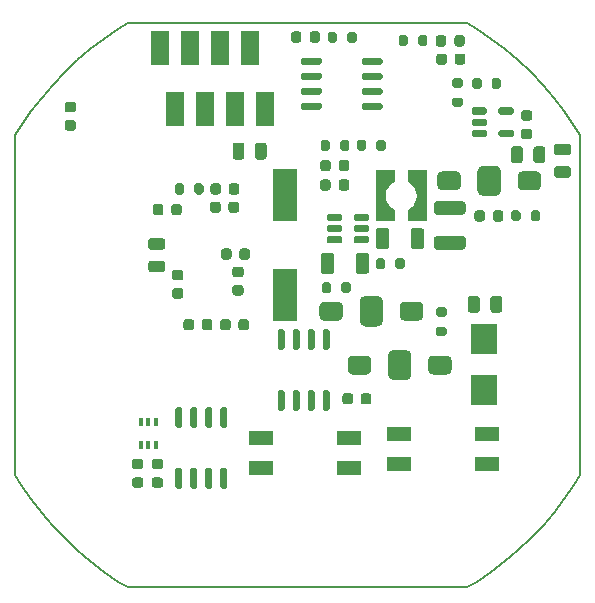
<source format=gbr>
G04 #@! TF.GenerationSoftware,KiCad,Pcbnew,5.1.12*
G04 #@! TF.CreationDate,2022-08-14T20:08:33+02:00*
G04 #@! TF.ProjectId,hec-base,6865632d-6261-4736-952e-6b696361645f,0001*
G04 #@! TF.SameCoordinates,PX4cec620PY8f8c0c0*
G04 #@! TF.FileFunction,Paste,Top*
G04 #@! TF.FilePolarity,Positive*
%FSLAX46Y46*%
G04 Gerber Fmt 4.6, Leading zero omitted, Abs format (unit mm)*
G04 Created by KiCad (PCBNEW 5.1.12) date 2022-08-14 20:08:33*
%MOMM*%
%LPD*%
G01*
G04 APERTURE LIST*
G04 #@! TA.AperFunction,Profile*
%ADD10C,0.200000*%
G04 #@! TD*
%ADD11R,1.500000X3.000000*%
%ADD12R,2.300000X2.500000*%
%ADD13R,0.400000X0.650000*%
%ADD14C,0.100000*%
%ADD15R,2.000000X1.200000*%
%ADD16R,2.000000X4.500000*%
G04 APERTURE END LIST*
D10*
X47811560Y9541500D02*
X47811560Y38296900D01*
X47310460Y39114620D02*
X46483160Y40318400D01*
X9533860Y19200D02*
X38289260Y19200D01*
X512665Y8723800D02*
X1340000Y7520000D01*
X40310760Y46490760D02*
X39106960Y47318095D01*
X47310460Y8723800D02*
X47811560Y9541500D01*
X47811560Y38296900D02*
X47310460Y39114620D01*
X2229200Y41477230D02*
X1340000Y40318400D01*
X512665Y39114620D02*
X11566Y38296900D01*
X3177830Y42587930D02*
X2229200Y41477230D01*
X8716140Y520300D02*
X9533860Y19200D01*
X7512360Y46490760D02*
X6353530Y45601560D01*
X42580260Y44652930D02*
X41469560Y45601560D01*
X5242830Y3185500D02*
X6353530Y2236800D01*
X46483160Y40318400D02*
X45593960Y41477230D01*
X2229200Y6361200D02*
X3177830Y5250500D01*
X40310760Y1347600D02*
X41469560Y2236800D01*
X6353530Y45601560D02*
X5242830Y44652930D01*
X41469560Y45601560D02*
X40310760Y46490760D01*
X38289260Y19200D02*
X39106960Y520300D01*
X7512360Y1347600D02*
X8716140Y520300D01*
X45593960Y41477230D02*
X44645260Y42587930D01*
X46483160Y7520000D02*
X47310460Y8723800D01*
X3177830Y5250500D02*
X4183290Y4190900D01*
X1340000Y40318400D02*
X512665Y39114620D01*
X4183290Y43647470D02*
X3177830Y42587930D01*
X44645260Y42587930D02*
X43639860Y43647470D01*
X39106960Y520300D02*
X40310760Y1347600D01*
X44645260Y5250500D02*
X45593960Y6361200D01*
X41469560Y2236800D02*
X42580260Y3185500D01*
X4183290Y4190900D02*
X5242830Y3185500D01*
X8716140Y47318095D02*
X7512360Y46490760D01*
X43639860Y4190900D02*
X44645260Y5250500D01*
X42580260Y3185500D02*
X43639860Y4190900D01*
X11566Y9541500D02*
X512665Y8723800D01*
X43639860Y43647470D02*
X42580260Y44652930D01*
X45593960Y6361200D02*
X46483160Y7520000D01*
X5242830Y44652930D02*
X4183290Y43647470D01*
X39106960Y47318095D02*
X38289260Y47819194D01*
X6353530Y2236800D02*
X7512360Y1347600D01*
X38289260Y47819194D02*
X9533860Y47819194D01*
X11566Y38296900D02*
X11566Y9541500D01*
X9533860Y47819194D02*
X8716140Y47318095D01*
X1340000Y7520000D02*
X2229200Y6361200D01*
D11*
G04 #@! TO.C,J103*
X12293600Y45691100D03*
X13563600Y40491100D03*
X14833600Y45691100D03*
X16103600Y40491100D03*
X17373600Y45691100D03*
X18643600Y40491100D03*
X19913600Y45691100D03*
X21183600Y40491100D03*
G04 #@! TD*
G04 #@! TO.C,FL202*
G36*
G01*
X39132000Y33642400D02*
X39132000Y35242400D01*
G75*
G02*
X39632000Y35742400I500000J0D01*
G01*
X40632000Y35742400D01*
G75*
G02*
X41132000Y35242400I0J-500000D01*
G01*
X41132000Y33642400D01*
G75*
G02*
X40632000Y33142400I-500000J0D01*
G01*
X39632000Y33142400D01*
G75*
G02*
X39132000Y33642400I0J500000D01*
G01*
G37*
G36*
G01*
X42532000Y34026400D02*
X42532000Y34858400D01*
G75*
G02*
X42916000Y35242400I384000J0D01*
G01*
X44148000Y35242400D01*
G75*
G02*
X44532000Y34858400I0J-384000D01*
G01*
X44532000Y34026400D01*
G75*
G02*
X44148000Y33642400I-384000J0D01*
G01*
X42916000Y33642400D01*
G75*
G02*
X42532000Y34026400I0J384000D01*
G01*
G37*
G36*
G01*
X35732000Y34026400D02*
X35732000Y34858400D01*
G75*
G02*
X36116000Y35242400I384000J0D01*
G01*
X37348000Y35242400D01*
G75*
G02*
X37732000Y34858400I0J-384000D01*
G01*
X37732000Y34026400D01*
G75*
G02*
X37348000Y33642400I-384000J0D01*
G01*
X36116000Y33642400D01*
G75*
G02*
X35732000Y34026400I0J384000D01*
G01*
G37*
G04 #@! TD*
G04 #@! TO.C,FL201*
G36*
G01*
X29149800Y22606100D02*
X29149800Y24206100D01*
G75*
G02*
X29649800Y24706100I500000J0D01*
G01*
X30649800Y24706100D01*
G75*
G02*
X31149800Y24206100I0J-500000D01*
G01*
X31149800Y22606100D01*
G75*
G02*
X30649800Y22106100I-500000J0D01*
G01*
X29649800Y22106100D01*
G75*
G02*
X29149800Y22606100I0J500000D01*
G01*
G37*
G36*
G01*
X32549800Y22990100D02*
X32549800Y23822100D01*
G75*
G02*
X32933800Y24206100I384000J0D01*
G01*
X34165800Y24206100D01*
G75*
G02*
X34549800Y23822100I0J-384000D01*
G01*
X34549800Y22990100D01*
G75*
G02*
X34165800Y22606100I-384000J0D01*
G01*
X32933800Y22606100D01*
G75*
G02*
X32549800Y22990100I0J384000D01*
G01*
G37*
G36*
G01*
X25749800Y22990100D02*
X25749800Y23822100D01*
G75*
G02*
X26133800Y24206100I384000J0D01*
G01*
X27365800Y24206100D01*
G75*
G02*
X27749800Y23822100I0J-384000D01*
G01*
X27749800Y22990100D01*
G75*
G02*
X27365800Y22606100I-384000J0D01*
G01*
X26133800Y22606100D01*
G75*
G02*
X25749800Y22990100I0J384000D01*
G01*
G37*
G04 #@! TD*
G04 #@! TO.C,FL501*
G36*
G01*
X31550100Y18046800D02*
X31550100Y19646800D01*
G75*
G02*
X32050100Y20146800I500000J0D01*
G01*
X33050100Y20146800D01*
G75*
G02*
X33550100Y19646800I0J-500000D01*
G01*
X33550100Y18046800D01*
G75*
G02*
X33050100Y17546800I-500000J0D01*
G01*
X32050100Y17546800D01*
G75*
G02*
X31550100Y18046800I0J500000D01*
G01*
G37*
G36*
G01*
X34950100Y18430800D02*
X34950100Y19262800D01*
G75*
G02*
X35334100Y19646800I384000J0D01*
G01*
X36566100Y19646800D01*
G75*
G02*
X36950100Y19262800I0J-384000D01*
G01*
X36950100Y18430800D01*
G75*
G02*
X36566100Y18046800I-384000J0D01*
G01*
X35334100Y18046800D01*
G75*
G02*
X34950100Y18430800I0J384000D01*
G01*
G37*
G36*
G01*
X28150100Y18430800D02*
X28150100Y19262800D01*
G75*
G02*
X28534100Y19646800I384000J0D01*
G01*
X29766100Y19646800D01*
G75*
G02*
X30150100Y19262800I0J-384000D01*
G01*
X30150100Y18430800D01*
G75*
G02*
X29766100Y18046800I-384000J0D01*
G01*
X28534100Y18046800D01*
G75*
G02*
X28150100Y18430800I0J384000D01*
G01*
G37*
G04 #@! TD*
G04 #@! TO.C,R208*
G36*
G01*
X27603000Y25125000D02*
X27603000Y25675000D01*
G75*
G02*
X27803000Y25875000I200000J0D01*
G01*
X28203000Y25875000D01*
G75*
G02*
X28403000Y25675000I0J-200000D01*
G01*
X28403000Y25125000D01*
G75*
G02*
X28203000Y24925000I-200000J0D01*
G01*
X27803000Y24925000D01*
G75*
G02*
X27603000Y25125000I0J200000D01*
G01*
G37*
G36*
G01*
X25953000Y25125000D02*
X25953000Y25675000D01*
G75*
G02*
X26153000Y25875000I200000J0D01*
G01*
X26553000Y25875000D01*
G75*
G02*
X26753000Y25675000I0J-200000D01*
G01*
X26753000Y25125000D01*
G75*
G02*
X26553000Y24925000I-200000J0D01*
G01*
X26153000Y24925000D01*
G75*
G02*
X25953000Y25125000I0J200000D01*
G01*
G37*
G04 #@! TD*
G04 #@! TO.C,D202*
G36*
G01*
X40456600Y31214350D02*
X40456600Y31726850D01*
G75*
G02*
X40675350Y31945600I218750J0D01*
G01*
X41112850Y31945600D01*
G75*
G02*
X41331600Y31726850I0J-218750D01*
G01*
X41331600Y31214350D01*
G75*
G02*
X41112850Y30995600I-218750J0D01*
G01*
X40675350Y30995600D01*
G75*
G02*
X40456600Y31214350I0J218750D01*
G01*
G37*
G36*
G01*
X38881600Y31214350D02*
X38881600Y31726850D01*
G75*
G02*
X39100350Y31945600I218750J0D01*
G01*
X39537850Y31945600D01*
G75*
G02*
X39756600Y31726850I0J-218750D01*
G01*
X39756600Y31214350D01*
G75*
G02*
X39537850Y30995600I-218750J0D01*
G01*
X39100350Y30995600D01*
G75*
G02*
X38881600Y31214350I0J218750D01*
G01*
G37*
G04 #@! TD*
G04 #@! TO.C,C202*
G36*
G01*
X28814600Y26807399D02*
X28814600Y28107401D01*
G75*
G02*
X29064599Y28357400I249999J0D01*
G01*
X29714601Y28357400D01*
G75*
G02*
X29964600Y28107401I0J-249999D01*
G01*
X29964600Y26807399D01*
G75*
G02*
X29714601Y26557400I-249999J0D01*
G01*
X29064599Y26557400D01*
G75*
G02*
X28814600Y26807399I0J249999D01*
G01*
G37*
G36*
G01*
X25864600Y26807399D02*
X25864600Y28107401D01*
G75*
G02*
X26114599Y28357400I249999J0D01*
G01*
X26764601Y28357400D01*
G75*
G02*
X27014600Y28107401I0J-249999D01*
G01*
X27014600Y26807399D01*
G75*
G02*
X26764601Y26557400I-249999J0D01*
G01*
X26114599Y26557400D01*
G75*
G02*
X25864600Y26807399I0J249999D01*
G01*
G37*
G04 #@! TD*
G04 #@! TO.C,C203*
G36*
G01*
X35691899Y29770500D02*
X37891901Y29770500D01*
G75*
G02*
X38141900Y29520501I0J-249999D01*
G01*
X38141900Y28870499D01*
G75*
G02*
X37891901Y28620500I-249999J0D01*
G01*
X35691899Y28620500D01*
G75*
G02*
X35441900Y28870499I0J249999D01*
G01*
X35441900Y29520501D01*
G75*
G02*
X35691899Y29770500I249999J0D01*
G01*
G37*
G36*
G01*
X35691899Y32720500D02*
X37891901Y32720500D01*
G75*
G02*
X38141900Y32470501I0J-249999D01*
G01*
X38141900Y31820499D01*
G75*
G02*
X37891901Y31570500I-249999J0D01*
G01*
X35691899Y31570500D01*
G75*
G02*
X35441900Y31820499I0J249999D01*
G01*
X35441900Y32470501D01*
G75*
G02*
X35691899Y32720500I249999J0D01*
G01*
G37*
G04 #@! TD*
G04 #@! TO.C,C204*
G36*
G01*
X33477300Y28902899D02*
X33477300Y30202901D01*
G75*
G02*
X33727299Y30452900I249999J0D01*
G01*
X34377301Y30452900D01*
G75*
G02*
X34627300Y30202901I0J-249999D01*
G01*
X34627300Y28902899D01*
G75*
G02*
X34377301Y28652900I-249999J0D01*
G01*
X33727299Y28652900D01*
G75*
G02*
X33477300Y28902899I0J249999D01*
G01*
G37*
G36*
G01*
X30527300Y28902899D02*
X30527300Y30202901D01*
G75*
G02*
X30777299Y30452900I249999J0D01*
G01*
X31427301Y30452900D01*
G75*
G02*
X31677300Y30202901I0J-249999D01*
G01*
X31677300Y28902899D01*
G75*
G02*
X31427301Y28652900I-249999J0D01*
G01*
X30777299Y28652900D01*
G75*
G02*
X30527300Y28902899I0J249999D01*
G01*
G37*
G04 #@! TD*
G04 #@! TO.C,C205*
G36*
G01*
X43044300Y38874820D02*
X43544300Y38874820D01*
G75*
G02*
X43769300Y38649820I0J-225000D01*
G01*
X43769300Y38199820D01*
G75*
G02*
X43544300Y37974820I-225000J0D01*
G01*
X43044300Y37974820D01*
G75*
G02*
X42819300Y38199820I0J225000D01*
G01*
X42819300Y38649820D01*
G75*
G02*
X43044300Y38874820I225000J0D01*
G01*
G37*
G36*
G01*
X43044300Y40424820D02*
X43544300Y40424820D01*
G75*
G02*
X43769300Y40199820I0J-225000D01*
G01*
X43769300Y39749820D01*
G75*
G02*
X43544300Y39524820I-225000J0D01*
G01*
X43044300Y39524820D01*
G75*
G02*
X42819300Y39749820I0J225000D01*
G01*
X42819300Y40199820D01*
G75*
G02*
X43044300Y40424820I225000J0D01*
G01*
G37*
G04 #@! TD*
G04 #@! TO.C,C206*
G36*
G01*
X43873840Y36182280D02*
X43873840Y37132280D01*
G75*
G02*
X44123840Y37382280I250000J0D01*
G01*
X44623840Y37382280D01*
G75*
G02*
X44873840Y37132280I0J-250000D01*
G01*
X44873840Y36182280D01*
G75*
G02*
X44623840Y35932280I-250000J0D01*
G01*
X44123840Y35932280D01*
G75*
G02*
X43873840Y36182280I0J250000D01*
G01*
G37*
G36*
G01*
X41973840Y36182280D02*
X41973840Y37132280D01*
G75*
G02*
X42223840Y37382280I250000J0D01*
G01*
X42723840Y37382280D01*
G75*
G02*
X42973840Y37132280I0J-250000D01*
G01*
X42973840Y36182280D01*
G75*
G02*
X42723840Y35932280I-250000J0D01*
G01*
X42223840Y35932280D01*
G75*
G02*
X41973840Y36182280I0J250000D01*
G01*
G37*
G04 #@! TD*
G04 #@! TO.C,C207*
G36*
G01*
X46809680Y36599280D02*
X45859680Y36599280D01*
G75*
G02*
X45609680Y36849280I0J250000D01*
G01*
X45609680Y37349280D01*
G75*
G02*
X45859680Y37599280I250000J0D01*
G01*
X46809680Y37599280D01*
G75*
G02*
X47059680Y37349280I0J-250000D01*
G01*
X47059680Y36849280D01*
G75*
G02*
X46809680Y36599280I-250000J0D01*
G01*
G37*
G36*
G01*
X46809680Y34699280D02*
X45859680Y34699280D01*
G75*
G02*
X45609680Y34949280I0J250000D01*
G01*
X45609680Y35449280D01*
G75*
G02*
X45859680Y35699280I250000J0D01*
G01*
X46809680Y35699280D01*
G75*
G02*
X47059680Y35449280I0J-250000D01*
G01*
X47059680Y34949280D01*
G75*
G02*
X46809680Y34699280I-250000J0D01*
G01*
G37*
G04 #@! TD*
G04 #@! TO.C,C214*
G36*
G01*
X18606960Y25623640D02*
X19106960Y25623640D01*
G75*
G02*
X19331960Y25398640I0J-225000D01*
G01*
X19331960Y24948640D01*
G75*
G02*
X19106960Y24723640I-225000J0D01*
G01*
X18606960Y24723640D01*
G75*
G02*
X18381960Y24948640I0J225000D01*
G01*
X18381960Y25398640D01*
G75*
G02*
X18606960Y25623640I225000J0D01*
G01*
G37*
G36*
G01*
X18606960Y27173640D02*
X19106960Y27173640D01*
G75*
G02*
X19331960Y26948640I0J-225000D01*
G01*
X19331960Y26498640D01*
G75*
G02*
X19106960Y26273640I-225000J0D01*
G01*
X18606960Y26273640D01*
G75*
G02*
X18381960Y26498640I0J225000D01*
G01*
X18381960Y26948640D01*
G75*
G02*
X18606960Y27173640I225000J0D01*
G01*
G37*
G04 #@! TD*
G04 #@! TO.C,C215*
G36*
G01*
X37205800Y44492100D02*
X37205800Y44992100D01*
G75*
G02*
X37430800Y45217100I225000J0D01*
G01*
X37880800Y45217100D01*
G75*
G02*
X38105800Y44992100I0J-225000D01*
G01*
X38105800Y44492100D01*
G75*
G02*
X37880800Y44267100I-225000J0D01*
G01*
X37430800Y44267100D01*
G75*
G02*
X37205800Y44492100I0J225000D01*
G01*
G37*
G36*
G01*
X35655800Y44492100D02*
X35655800Y44992100D01*
G75*
G02*
X35880800Y45217100I225000J0D01*
G01*
X36330800Y45217100D01*
G75*
G02*
X36555800Y44992100I0J-225000D01*
G01*
X36555800Y44492100D01*
G75*
G02*
X36330800Y44267100I-225000J0D01*
G01*
X35880800Y44267100D01*
G75*
G02*
X35655800Y44492100I0J225000D01*
G01*
G37*
G04 #@! TD*
G04 #@! TO.C,C216*
G36*
G01*
X18066900Y33506600D02*
X18066900Y34006600D01*
G75*
G02*
X18291900Y34231600I225000J0D01*
G01*
X18741900Y34231600D01*
G75*
G02*
X18966900Y34006600I0J-225000D01*
G01*
X18966900Y33506600D01*
G75*
G02*
X18741900Y33281600I-225000J0D01*
G01*
X18291900Y33281600D01*
G75*
G02*
X18066900Y33506600I0J225000D01*
G01*
G37*
G36*
G01*
X16516900Y33506600D02*
X16516900Y34006600D01*
G75*
G02*
X16741900Y34231600I225000J0D01*
G01*
X17191900Y34231600D01*
G75*
G02*
X17416900Y34006600I0J-225000D01*
G01*
X17416900Y33506600D01*
G75*
G02*
X17191900Y33281600I-225000J0D01*
G01*
X16741900Y33281600D01*
G75*
G02*
X16516900Y33506600I0J225000D01*
G01*
G37*
G04 #@! TD*
G04 #@! TO.C,C217*
G36*
G01*
X12552800Y32254000D02*
X12552800Y31754000D01*
G75*
G02*
X12327800Y31529000I-225000J0D01*
G01*
X11877800Y31529000D01*
G75*
G02*
X11652800Y31754000I0J225000D01*
G01*
X11652800Y32254000D01*
G75*
G02*
X11877800Y32479000I225000J0D01*
G01*
X12327800Y32479000D01*
G75*
G02*
X12552800Y32254000I0J-225000D01*
G01*
G37*
G36*
G01*
X14102800Y32254000D02*
X14102800Y31754000D01*
G75*
G02*
X13877800Y31529000I-225000J0D01*
G01*
X13427800Y31529000D01*
G75*
G02*
X13202800Y31754000I0J225000D01*
G01*
X13202800Y32254000D01*
G75*
G02*
X13427800Y32479000I225000J0D01*
G01*
X13877800Y32479000D01*
G75*
G02*
X14102800Y32254000I0J-225000D01*
G01*
G37*
G04 #@! TD*
G04 #@! TO.C,C218*
G36*
G01*
X20300100Y36482000D02*
X20300100Y37432000D01*
G75*
G02*
X20550100Y37682000I250000J0D01*
G01*
X21050100Y37682000D01*
G75*
G02*
X21300100Y37432000I0J-250000D01*
G01*
X21300100Y36482000D01*
G75*
G02*
X21050100Y36232000I-250000J0D01*
G01*
X20550100Y36232000D01*
G75*
G02*
X20300100Y36482000I0J250000D01*
G01*
G37*
G36*
G01*
X18400100Y36482000D02*
X18400100Y37432000D01*
G75*
G02*
X18650100Y37682000I250000J0D01*
G01*
X19150100Y37682000D01*
G75*
G02*
X19400100Y37432000I0J-250000D01*
G01*
X19400100Y36482000D01*
G75*
G02*
X19150100Y36232000I-250000J0D01*
G01*
X18650100Y36232000D01*
G75*
G02*
X18400100Y36482000I0J250000D01*
G01*
G37*
G04 #@! TD*
G04 #@! TO.C,C219*
G36*
G01*
X11501100Y27690700D02*
X12451100Y27690700D01*
G75*
G02*
X12701100Y27440700I0J-250000D01*
G01*
X12701100Y26940700D01*
G75*
G02*
X12451100Y26690700I-250000J0D01*
G01*
X11501100Y26690700D01*
G75*
G02*
X11251100Y26940700I0J250000D01*
G01*
X11251100Y27440700D01*
G75*
G02*
X11501100Y27690700I250000J0D01*
G01*
G37*
G36*
G01*
X11501100Y29590700D02*
X12451100Y29590700D01*
G75*
G02*
X12701100Y29340700I0J-250000D01*
G01*
X12701100Y28840700D01*
G75*
G02*
X12451100Y28590700I-250000J0D01*
G01*
X11501100Y28590700D01*
G75*
G02*
X11251100Y28840700I0J250000D01*
G01*
X11251100Y29340700D01*
G75*
G02*
X11501100Y29590700I250000J0D01*
G01*
G37*
G04 #@! TD*
G04 #@! TO.C,C220*
G36*
G01*
X18054200Y31957200D02*
X18054200Y32457200D01*
G75*
G02*
X18279200Y32682200I225000J0D01*
G01*
X18729200Y32682200D01*
G75*
G02*
X18954200Y32457200I0J-225000D01*
G01*
X18954200Y31957200D01*
G75*
G02*
X18729200Y31732200I-225000J0D01*
G01*
X18279200Y31732200D01*
G75*
G02*
X18054200Y31957200I0J225000D01*
G01*
G37*
G36*
G01*
X16504200Y31957200D02*
X16504200Y32457200D01*
G75*
G02*
X16729200Y32682200I225000J0D01*
G01*
X17179200Y32682200D01*
G75*
G02*
X17404200Y32457200I0J-225000D01*
G01*
X17404200Y31957200D01*
G75*
G02*
X17179200Y31732200I-225000J0D01*
G01*
X16729200Y31732200D01*
G75*
G02*
X16504200Y31957200I0J225000D01*
G01*
G37*
G04 #@! TD*
G04 #@! TO.C,C221*
G36*
G01*
X18968600Y27994800D02*
X18968600Y28494800D01*
G75*
G02*
X19193600Y28719800I225000J0D01*
G01*
X19643600Y28719800D01*
G75*
G02*
X19868600Y28494800I0J-225000D01*
G01*
X19868600Y27994800D01*
G75*
G02*
X19643600Y27769800I-225000J0D01*
G01*
X19193600Y27769800D01*
G75*
G02*
X18968600Y27994800I0J225000D01*
G01*
G37*
G36*
G01*
X17418600Y27994800D02*
X17418600Y28494800D01*
G75*
G02*
X17643600Y28719800I225000J0D01*
G01*
X18093600Y28719800D01*
G75*
G02*
X18318600Y28494800I0J-225000D01*
G01*
X18318600Y27994800D01*
G75*
G02*
X18093600Y27769800I-225000J0D01*
G01*
X17643600Y27769800D01*
G75*
G02*
X17418600Y27994800I0J225000D01*
G01*
G37*
G04 #@! TD*
G04 #@! TO.C,C222*
G36*
G01*
X13504100Y25367100D02*
X14004100Y25367100D01*
G75*
G02*
X14229100Y25142100I0J-225000D01*
G01*
X14229100Y24692100D01*
G75*
G02*
X14004100Y24467100I-225000J0D01*
G01*
X13504100Y24467100D01*
G75*
G02*
X13279100Y24692100I0J225000D01*
G01*
X13279100Y25142100D01*
G75*
G02*
X13504100Y25367100I225000J0D01*
G01*
G37*
G36*
G01*
X13504100Y26917100D02*
X14004100Y26917100D01*
G75*
G02*
X14229100Y26692100I0J-225000D01*
G01*
X14229100Y26242100D01*
G75*
G02*
X14004100Y26017100I-225000J0D01*
G01*
X13504100Y26017100D01*
G75*
G02*
X13279100Y26242100I0J225000D01*
G01*
X13279100Y26692100D01*
G75*
G02*
X13504100Y26917100I225000J0D01*
G01*
G37*
G04 #@! TD*
G04 #@! TO.C,C223*
G36*
G01*
X15793600Y22013100D02*
X15793600Y22513100D01*
G75*
G02*
X16018600Y22738100I225000J0D01*
G01*
X16468600Y22738100D01*
G75*
G02*
X16693600Y22513100I0J-225000D01*
G01*
X16693600Y22013100D01*
G75*
G02*
X16468600Y21788100I-225000J0D01*
G01*
X16018600Y21788100D01*
G75*
G02*
X15793600Y22013100I0J225000D01*
G01*
G37*
G36*
G01*
X14243600Y22013100D02*
X14243600Y22513100D01*
G75*
G02*
X14468600Y22738100I225000J0D01*
G01*
X14918600Y22738100D01*
G75*
G02*
X15143600Y22513100I0J-225000D01*
G01*
X15143600Y22013100D01*
G75*
G02*
X14918600Y21788100I-225000J0D01*
G01*
X14468600Y21788100D01*
G75*
G02*
X14243600Y22013100I0J225000D01*
G01*
G37*
G04 #@! TD*
G04 #@! TO.C,C224*
G36*
G01*
X18242400Y22500400D02*
X18242400Y22000400D01*
G75*
G02*
X18017400Y21775400I-225000J0D01*
G01*
X17567400Y21775400D01*
G75*
G02*
X17342400Y22000400I0J225000D01*
G01*
X17342400Y22500400D01*
G75*
G02*
X17567400Y22725400I225000J0D01*
G01*
X18017400Y22725400D01*
G75*
G02*
X18242400Y22500400I0J-225000D01*
G01*
G37*
G36*
G01*
X19792400Y22500400D02*
X19792400Y22000400D01*
G75*
G02*
X19567400Y21775400I-225000J0D01*
G01*
X19117400Y21775400D01*
G75*
G02*
X18892400Y22000400I0J225000D01*
G01*
X18892400Y22500400D01*
G75*
G02*
X19117400Y22725400I225000J0D01*
G01*
X19567400Y22725400D01*
G75*
G02*
X19792400Y22500400I0J-225000D01*
G01*
G37*
G04 #@! TD*
G04 #@! TO.C,C401*
G36*
G01*
X4910900Y40241100D02*
X4410900Y40241100D01*
G75*
G02*
X4185900Y40466100I0J225000D01*
G01*
X4185900Y40916100D01*
G75*
G02*
X4410900Y41141100I225000J0D01*
G01*
X4910900Y41141100D01*
G75*
G02*
X5135900Y40916100I0J-225000D01*
G01*
X5135900Y40466100D01*
G75*
G02*
X4910900Y40241100I-225000J0D01*
G01*
G37*
G36*
G01*
X4910900Y38691100D02*
X4410900Y38691100D01*
G75*
G02*
X4185900Y38916100I0J225000D01*
G01*
X4185900Y39366100D01*
G75*
G02*
X4410900Y39591100I225000J0D01*
G01*
X4910900Y39591100D01*
G75*
G02*
X5135900Y39366100I0J-225000D01*
G01*
X5135900Y38916100D01*
G75*
G02*
X4910900Y38691100I-225000J0D01*
G01*
G37*
G04 #@! TD*
G04 #@! TO.C,C502*
G36*
G01*
X40226400Y23502600D02*
X40226400Y24452600D01*
G75*
G02*
X40476400Y24702600I250000J0D01*
G01*
X40976400Y24702600D01*
G75*
G02*
X41226400Y24452600I0J-250000D01*
G01*
X41226400Y23502600D01*
G75*
G02*
X40976400Y23252600I-250000J0D01*
G01*
X40476400Y23252600D01*
G75*
G02*
X40226400Y23502600I0J250000D01*
G01*
G37*
G36*
G01*
X38326400Y23502600D02*
X38326400Y24452600D01*
G75*
G02*
X38576400Y24702600I250000J0D01*
G01*
X39076400Y24702600D01*
G75*
G02*
X39326400Y24452600I0J-250000D01*
G01*
X39326400Y23502600D01*
G75*
G02*
X39076400Y23252600I-250000J0D01*
G01*
X38576400Y23252600D01*
G75*
G02*
X38326400Y23502600I0J250000D01*
G01*
G37*
G04 #@! TD*
G04 #@! TO.C,C503*
G36*
G01*
X29255300Y15739300D02*
X29255300Y16239300D01*
G75*
G02*
X29480300Y16464300I225000J0D01*
G01*
X29930300Y16464300D01*
G75*
G02*
X30155300Y16239300I0J-225000D01*
G01*
X30155300Y15739300D01*
G75*
G02*
X29930300Y15514300I-225000J0D01*
G01*
X29480300Y15514300D01*
G75*
G02*
X29255300Y15739300I0J225000D01*
G01*
G37*
G36*
G01*
X27705300Y15739300D02*
X27705300Y16239300D01*
G75*
G02*
X27930300Y16464300I225000J0D01*
G01*
X28380300Y16464300D01*
G75*
G02*
X28605300Y16239300I0J-225000D01*
G01*
X28605300Y15739300D01*
G75*
G02*
X28380300Y15514300I-225000J0D01*
G01*
X27930300Y15514300D01*
G75*
G02*
X27705300Y15739300I0J225000D01*
G01*
G37*
G04 #@! TD*
G04 #@! TO.C,D203*
G36*
G01*
X36480000Y46547750D02*
X36480000Y46035250D01*
G75*
G02*
X36261250Y45816500I-218750J0D01*
G01*
X35823750Y45816500D01*
G75*
G02*
X35605000Y46035250I0J218750D01*
G01*
X35605000Y46547750D01*
G75*
G02*
X35823750Y46766500I218750J0D01*
G01*
X36261250Y46766500D01*
G75*
G02*
X36480000Y46547750I0J-218750D01*
G01*
G37*
G36*
G01*
X38055000Y46547750D02*
X38055000Y46035250D01*
G75*
G02*
X37836250Y45816500I-218750J0D01*
G01*
X37398750Y45816500D01*
G75*
G02*
X37180000Y46035250I0J218750D01*
G01*
X37180000Y46547750D01*
G75*
G02*
X37398750Y46766500I218750J0D01*
G01*
X37836250Y46766500D01*
G75*
G02*
X38055000Y46547750I0J-218750D01*
G01*
G37*
G04 #@! TD*
G04 #@! TO.C,D204*
G36*
G01*
X24937200Y46365450D02*
X24937200Y46877950D01*
G75*
G02*
X25155950Y47096700I218750J0D01*
G01*
X25593450Y47096700D01*
G75*
G02*
X25812200Y46877950I0J-218750D01*
G01*
X25812200Y46365450D01*
G75*
G02*
X25593450Y46146700I-218750J0D01*
G01*
X25155950Y46146700D01*
G75*
G02*
X24937200Y46365450I0J218750D01*
G01*
G37*
G36*
G01*
X23362200Y46365450D02*
X23362200Y46877950D01*
G75*
G02*
X23580950Y47096700I218750J0D01*
G01*
X24018450Y47096700D01*
G75*
G02*
X24237200Y46877950I0J-218750D01*
G01*
X24237200Y46365450D01*
G75*
G02*
X24018450Y46146700I-218750J0D01*
G01*
X23580950Y46146700D01*
G75*
G02*
X23362200Y46365450I0J218750D01*
G01*
G37*
G04 #@! TD*
G04 #@! TO.C,D301*
G36*
G01*
X12295850Y10027300D02*
X11783350Y10027300D01*
G75*
G02*
X11564600Y10246050I0J218750D01*
G01*
X11564600Y10683550D01*
G75*
G02*
X11783350Y10902300I218750J0D01*
G01*
X12295850Y10902300D01*
G75*
G02*
X12514600Y10683550I0J-218750D01*
G01*
X12514600Y10246050D01*
G75*
G02*
X12295850Y10027300I-218750J0D01*
G01*
G37*
G36*
G01*
X12295850Y8452300D02*
X11783350Y8452300D01*
G75*
G02*
X11564600Y8671050I0J218750D01*
G01*
X11564600Y9108550D01*
G75*
G02*
X11783350Y9327300I218750J0D01*
G01*
X12295850Y9327300D01*
G75*
G02*
X12514600Y9108550I0J-218750D01*
G01*
X12514600Y8671050D01*
G75*
G02*
X12295850Y8452300I-218750J0D01*
G01*
G37*
G04 #@! TD*
G04 #@! TO.C,D304*
G36*
G01*
X10619450Y10027500D02*
X10106950Y10027500D01*
G75*
G02*
X9888200Y10246250I0J218750D01*
G01*
X9888200Y10683750D01*
G75*
G02*
X10106950Y10902500I218750J0D01*
G01*
X10619450Y10902500D01*
G75*
G02*
X10838200Y10683750I0J-218750D01*
G01*
X10838200Y10246250D01*
G75*
G02*
X10619450Y10027500I-218750J0D01*
G01*
G37*
G36*
G01*
X10619450Y8452500D02*
X10106950Y8452500D01*
G75*
G02*
X9888200Y8671250I0J218750D01*
G01*
X9888200Y9108750D01*
G75*
G02*
X10106950Y9327500I218750J0D01*
G01*
X10619450Y9327500D01*
G75*
G02*
X10838200Y9108750I0J-218750D01*
G01*
X10838200Y8671250D01*
G75*
G02*
X10619450Y8452500I-218750J0D01*
G01*
G37*
G04 #@! TD*
G04 #@! TO.C,D401*
G36*
G01*
X26701000Y34343050D02*
X26701000Y33830550D01*
G75*
G02*
X26482250Y33611800I-218750J0D01*
G01*
X26044750Y33611800D01*
G75*
G02*
X25826000Y33830550I0J218750D01*
G01*
X25826000Y34343050D01*
G75*
G02*
X26044750Y34561800I218750J0D01*
G01*
X26482250Y34561800D01*
G75*
G02*
X26701000Y34343050I0J-218750D01*
G01*
G37*
G36*
G01*
X28276000Y34343050D02*
X28276000Y33830550D01*
G75*
G02*
X28057250Y33611800I-218750J0D01*
G01*
X27619750Y33611800D01*
G75*
G02*
X27401000Y33830550I0J218750D01*
G01*
X27401000Y34343050D01*
G75*
G02*
X27619750Y34561800I218750J0D01*
G01*
X28057250Y34561800D01*
G75*
G02*
X28276000Y34343050I0J-218750D01*
G01*
G37*
G04 #@! TD*
G04 #@! TO.C,D402*
G36*
G01*
X26701000Y35981350D02*
X26701000Y35468850D01*
G75*
G02*
X26482250Y35250100I-218750J0D01*
G01*
X26044750Y35250100D01*
G75*
G02*
X25826000Y35468850I0J218750D01*
G01*
X25826000Y35981350D01*
G75*
G02*
X26044750Y36200100I218750J0D01*
G01*
X26482250Y36200100D01*
G75*
G02*
X26701000Y35981350I0J-218750D01*
G01*
G37*
G36*
G01*
X28276000Y35981350D02*
X28276000Y35468850D01*
G75*
G02*
X28057250Y35250100I-218750J0D01*
G01*
X27619750Y35250100D01*
G75*
G02*
X27401000Y35468850I0J218750D01*
G01*
X27401000Y35981350D01*
G75*
G02*
X27619750Y36200100I218750J0D01*
G01*
X28057250Y36200100D01*
G75*
G02*
X28276000Y35981350I0J-218750D01*
G01*
G37*
G04 #@! TD*
D12*
G04 #@! TO.C,D501*
X39725600Y16747600D03*
X39725600Y21047600D03*
G04 #@! TD*
G04 #@! TO.C,IC201*
G36*
G01*
X28643600Y31191100D02*
X28643600Y31491100D01*
G75*
G02*
X28793600Y31641100I150000J0D01*
G01*
X29818600Y31641100D01*
G75*
G02*
X29968600Y31491100I0J-150000D01*
G01*
X29968600Y31191100D01*
G75*
G02*
X29818600Y31041100I-150000J0D01*
G01*
X28793600Y31041100D01*
G75*
G02*
X28643600Y31191100I0J150000D01*
G01*
G37*
G36*
G01*
X28643600Y30241100D02*
X28643600Y30541100D01*
G75*
G02*
X28793600Y30691100I150000J0D01*
G01*
X29818600Y30691100D01*
G75*
G02*
X29968600Y30541100I0J-150000D01*
G01*
X29968600Y30241100D01*
G75*
G02*
X29818600Y30091100I-150000J0D01*
G01*
X28793600Y30091100D01*
G75*
G02*
X28643600Y30241100I0J150000D01*
G01*
G37*
G36*
G01*
X28643600Y29291100D02*
X28643600Y29591100D01*
G75*
G02*
X28793600Y29741100I150000J0D01*
G01*
X29818600Y29741100D01*
G75*
G02*
X29968600Y29591100I0J-150000D01*
G01*
X29968600Y29291100D01*
G75*
G02*
X29818600Y29141100I-150000J0D01*
G01*
X28793600Y29141100D01*
G75*
G02*
X28643600Y29291100I0J150000D01*
G01*
G37*
G36*
G01*
X26368600Y29291100D02*
X26368600Y29591100D01*
G75*
G02*
X26518600Y29741100I150000J0D01*
G01*
X27543600Y29741100D01*
G75*
G02*
X27693600Y29591100I0J-150000D01*
G01*
X27693600Y29291100D01*
G75*
G02*
X27543600Y29141100I-150000J0D01*
G01*
X26518600Y29141100D01*
G75*
G02*
X26368600Y29291100I0J150000D01*
G01*
G37*
G36*
G01*
X26368600Y30241100D02*
X26368600Y30541100D01*
G75*
G02*
X26518600Y30691100I150000J0D01*
G01*
X27543600Y30691100D01*
G75*
G02*
X27693600Y30541100I0J-150000D01*
G01*
X27693600Y30241100D01*
G75*
G02*
X27543600Y30091100I-150000J0D01*
G01*
X26518600Y30091100D01*
G75*
G02*
X26368600Y30241100I0J150000D01*
G01*
G37*
G36*
G01*
X26368600Y31191100D02*
X26368600Y31491100D01*
G75*
G02*
X26518600Y31641100I150000J0D01*
G01*
X27543600Y31641100D01*
G75*
G02*
X27693600Y31491100I0J-150000D01*
G01*
X27693600Y31191100D01*
G75*
G02*
X27543600Y31041100I-150000J0D01*
G01*
X26518600Y31041100D01*
G75*
G02*
X26368600Y31191100I0J150000D01*
G01*
G37*
G04 #@! TD*
G04 #@! TO.C,IC202*
G36*
G01*
X40911800Y40208100D02*
X40911800Y40508100D01*
G75*
G02*
X41061800Y40658100I150000J0D01*
G01*
X42086800Y40658100D01*
G75*
G02*
X42236800Y40508100I0J-150000D01*
G01*
X42236800Y40208100D01*
G75*
G02*
X42086800Y40058100I-150000J0D01*
G01*
X41061800Y40058100D01*
G75*
G02*
X40911800Y40208100I0J150000D01*
G01*
G37*
G36*
G01*
X40911800Y38308100D02*
X40911800Y38608100D01*
G75*
G02*
X41061800Y38758100I150000J0D01*
G01*
X42086800Y38758100D01*
G75*
G02*
X42236800Y38608100I0J-150000D01*
G01*
X42236800Y38308100D01*
G75*
G02*
X42086800Y38158100I-150000J0D01*
G01*
X41061800Y38158100D01*
G75*
G02*
X40911800Y38308100I0J150000D01*
G01*
G37*
G36*
G01*
X38636800Y38308100D02*
X38636800Y38608100D01*
G75*
G02*
X38786800Y38758100I150000J0D01*
G01*
X39811800Y38758100D01*
G75*
G02*
X39961800Y38608100I0J-150000D01*
G01*
X39961800Y38308100D01*
G75*
G02*
X39811800Y38158100I-150000J0D01*
G01*
X38786800Y38158100D01*
G75*
G02*
X38636800Y38308100I0J150000D01*
G01*
G37*
G36*
G01*
X38636800Y39258100D02*
X38636800Y39558100D01*
G75*
G02*
X38786800Y39708100I150000J0D01*
G01*
X39811800Y39708100D01*
G75*
G02*
X39961800Y39558100I0J-150000D01*
G01*
X39961800Y39258100D01*
G75*
G02*
X39811800Y39108100I-150000J0D01*
G01*
X38786800Y39108100D01*
G75*
G02*
X38636800Y39258100I0J150000D01*
G01*
G37*
G36*
G01*
X38636800Y40208100D02*
X38636800Y40508100D01*
G75*
G02*
X38786800Y40658100I150000J0D01*
G01*
X39811800Y40658100D01*
G75*
G02*
X39961800Y40508100I0J-150000D01*
G01*
X39961800Y40208100D01*
G75*
G02*
X39811800Y40058100I-150000J0D01*
G01*
X38786800Y40058100D01*
G75*
G02*
X38636800Y40208100I0J150000D01*
G01*
G37*
G04 #@! TD*
G04 #@! TO.C,IC204*
G36*
G01*
X29347900Y44414300D02*
X29347900Y44714300D01*
G75*
G02*
X29497900Y44864300I150000J0D01*
G01*
X30947900Y44864300D01*
G75*
G02*
X31097900Y44714300I0J-150000D01*
G01*
X31097900Y44414300D01*
G75*
G02*
X30947900Y44264300I-150000J0D01*
G01*
X29497900Y44264300D01*
G75*
G02*
X29347900Y44414300I0J150000D01*
G01*
G37*
G36*
G01*
X29347900Y43144300D02*
X29347900Y43444300D01*
G75*
G02*
X29497900Y43594300I150000J0D01*
G01*
X30947900Y43594300D01*
G75*
G02*
X31097900Y43444300I0J-150000D01*
G01*
X31097900Y43144300D01*
G75*
G02*
X30947900Y42994300I-150000J0D01*
G01*
X29497900Y42994300D01*
G75*
G02*
X29347900Y43144300I0J150000D01*
G01*
G37*
G36*
G01*
X29347900Y41874300D02*
X29347900Y42174300D01*
G75*
G02*
X29497900Y42324300I150000J0D01*
G01*
X30947900Y42324300D01*
G75*
G02*
X31097900Y42174300I0J-150000D01*
G01*
X31097900Y41874300D01*
G75*
G02*
X30947900Y41724300I-150000J0D01*
G01*
X29497900Y41724300D01*
G75*
G02*
X29347900Y41874300I0J150000D01*
G01*
G37*
G36*
G01*
X29347900Y40604300D02*
X29347900Y40904300D01*
G75*
G02*
X29497900Y41054300I150000J0D01*
G01*
X30947900Y41054300D01*
G75*
G02*
X31097900Y40904300I0J-150000D01*
G01*
X31097900Y40604300D01*
G75*
G02*
X30947900Y40454300I-150000J0D01*
G01*
X29497900Y40454300D01*
G75*
G02*
X29347900Y40604300I0J150000D01*
G01*
G37*
G36*
G01*
X24197900Y40604300D02*
X24197900Y40904300D01*
G75*
G02*
X24347900Y41054300I150000J0D01*
G01*
X25797900Y41054300D01*
G75*
G02*
X25947900Y40904300I0J-150000D01*
G01*
X25947900Y40604300D01*
G75*
G02*
X25797900Y40454300I-150000J0D01*
G01*
X24347900Y40454300D01*
G75*
G02*
X24197900Y40604300I0J150000D01*
G01*
G37*
G36*
G01*
X24197900Y41874300D02*
X24197900Y42174300D01*
G75*
G02*
X24347900Y42324300I150000J0D01*
G01*
X25797900Y42324300D01*
G75*
G02*
X25947900Y42174300I0J-150000D01*
G01*
X25947900Y41874300D01*
G75*
G02*
X25797900Y41724300I-150000J0D01*
G01*
X24347900Y41724300D01*
G75*
G02*
X24197900Y41874300I0J150000D01*
G01*
G37*
G36*
G01*
X24197900Y43144300D02*
X24197900Y43444300D01*
G75*
G02*
X24347900Y43594300I150000J0D01*
G01*
X25797900Y43594300D01*
G75*
G02*
X25947900Y43444300I0J-150000D01*
G01*
X25947900Y43144300D01*
G75*
G02*
X25797900Y42994300I-150000J0D01*
G01*
X24347900Y42994300D01*
G75*
G02*
X24197900Y43144300I0J150000D01*
G01*
G37*
G36*
G01*
X24197900Y44414300D02*
X24197900Y44714300D01*
G75*
G02*
X24347900Y44864300I150000J0D01*
G01*
X25797900Y44864300D01*
G75*
G02*
X25947900Y44714300I0J-150000D01*
G01*
X25947900Y44414300D01*
G75*
G02*
X25797900Y44264300I-150000J0D01*
G01*
X24347900Y44264300D01*
G75*
G02*
X24197900Y44414300I0J150000D01*
G01*
G37*
G04 #@! TD*
G04 #@! TO.C,IC301*
G36*
G01*
X17503000Y10136400D02*
X17803000Y10136400D01*
G75*
G02*
X17953000Y9986400I0J-150000D01*
G01*
X17953000Y8536400D01*
G75*
G02*
X17803000Y8386400I-150000J0D01*
G01*
X17503000Y8386400D01*
G75*
G02*
X17353000Y8536400I0J150000D01*
G01*
X17353000Y9986400D01*
G75*
G02*
X17503000Y10136400I150000J0D01*
G01*
G37*
G36*
G01*
X16233000Y10136400D02*
X16533000Y10136400D01*
G75*
G02*
X16683000Y9986400I0J-150000D01*
G01*
X16683000Y8536400D01*
G75*
G02*
X16533000Y8386400I-150000J0D01*
G01*
X16233000Y8386400D01*
G75*
G02*
X16083000Y8536400I0J150000D01*
G01*
X16083000Y9986400D01*
G75*
G02*
X16233000Y10136400I150000J0D01*
G01*
G37*
G36*
G01*
X14963000Y10136400D02*
X15263000Y10136400D01*
G75*
G02*
X15413000Y9986400I0J-150000D01*
G01*
X15413000Y8536400D01*
G75*
G02*
X15263000Y8386400I-150000J0D01*
G01*
X14963000Y8386400D01*
G75*
G02*
X14813000Y8536400I0J150000D01*
G01*
X14813000Y9986400D01*
G75*
G02*
X14963000Y10136400I150000J0D01*
G01*
G37*
G36*
G01*
X13693000Y10136400D02*
X13993000Y10136400D01*
G75*
G02*
X14143000Y9986400I0J-150000D01*
G01*
X14143000Y8536400D01*
G75*
G02*
X13993000Y8386400I-150000J0D01*
G01*
X13693000Y8386400D01*
G75*
G02*
X13543000Y8536400I0J150000D01*
G01*
X13543000Y9986400D01*
G75*
G02*
X13693000Y10136400I150000J0D01*
G01*
G37*
G36*
G01*
X13693000Y15286400D02*
X13993000Y15286400D01*
G75*
G02*
X14143000Y15136400I0J-150000D01*
G01*
X14143000Y13686400D01*
G75*
G02*
X13993000Y13536400I-150000J0D01*
G01*
X13693000Y13536400D01*
G75*
G02*
X13543000Y13686400I0J150000D01*
G01*
X13543000Y15136400D01*
G75*
G02*
X13693000Y15286400I150000J0D01*
G01*
G37*
G36*
G01*
X14963000Y15286400D02*
X15263000Y15286400D01*
G75*
G02*
X15413000Y15136400I0J-150000D01*
G01*
X15413000Y13686400D01*
G75*
G02*
X15263000Y13536400I-150000J0D01*
G01*
X14963000Y13536400D01*
G75*
G02*
X14813000Y13686400I0J150000D01*
G01*
X14813000Y15136400D01*
G75*
G02*
X14963000Y15286400I150000J0D01*
G01*
G37*
G36*
G01*
X16233000Y15286400D02*
X16533000Y15286400D01*
G75*
G02*
X16683000Y15136400I0J-150000D01*
G01*
X16683000Y13686400D01*
G75*
G02*
X16533000Y13536400I-150000J0D01*
G01*
X16233000Y13536400D01*
G75*
G02*
X16083000Y13686400I0J150000D01*
G01*
X16083000Y15136400D01*
G75*
G02*
X16233000Y15286400I150000J0D01*
G01*
G37*
G36*
G01*
X17503000Y15286400D02*
X17803000Y15286400D01*
G75*
G02*
X17953000Y15136400I0J-150000D01*
G01*
X17953000Y13686400D01*
G75*
G02*
X17803000Y13536400I-150000J0D01*
G01*
X17503000Y13536400D01*
G75*
G02*
X17353000Y13686400I0J150000D01*
G01*
X17353000Y15136400D01*
G75*
G02*
X17503000Y15286400I150000J0D01*
G01*
G37*
G04 #@! TD*
D13*
G04 #@! TO.C,IC302*
X11927600Y12105600D03*
X10627600Y12105600D03*
X11277600Y14005600D03*
X11277600Y12105600D03*
X10627600Y14005600D03*
X11927600Y14005600D03*
G04 #@! TD*
G04 #@! TO.C,IC501*
G36*
G01*
X22667100Y20127700D02*
X22367100Y20127700D01*
G75*
G02*
X22217100Y20277700I0J150000D01*
G01*
X22217100Y21727700D01*
G75*
G02*
X22367100Y21877700I150000J0D01*
G01*
X22667100Y21877700D01*
G75*
G02*
X22817100Y21727700I0J-150000D01*
G01*
X22817100Y20277700D01*
G75*
G02*
X22667100Y20127700I-150000J0D01*
G01*
G37*
G36*
G01*
X23937100Y20127700D02*
X23637100Y20127700D01*
G75*
G02*
X23487100Y20277700I0J150000D01*
G01*
X23487100Y21727700D01*
G75*
G02*
X23637100Y21877700I150000J0D01*
G01*
X23937100Y21877700D01*
G75*
G02*
X24087100Y21727700I0J-150000D01*
G01*
X24087100Y20277700D01*
G75*
G02*
X23937100Y20127700I-150000J0D01*
G01*
G37*
G36*
G01*
X25207100Y20127700D02*
X24907100Y20127700D01*
G75*
G02*
X24757100Y20277700I0J150000D01*
G01*
X24757100Y21727700D01*
G75*
G02*
X24907100Y21877700I150000J0D01*
G01*
X25207100Y21877700D01*
G75*
G02*
X25357100Y21727700I0J-150000D01*
G01*
X25357100Y20277700D01*
G75*
G02*
X25207100Y20127700I-150000J0D01*
G01*
G37*
G36*
G01*
X26477100Y20127700D02*
X26177100Y20127700D01*
G75*
G02*
X26027100Y20277700I0J150000D01*
G01*
X26027100Y21727700D01*
G75*
G02*
X26177100Y21877700I150000J0D01*
G01*
X26477100Y21877700D01*
G75*
G02*
X26627100Y21727700I0J-150000D01*
G01*
X26627100Y20277700D01*
G75*
G02*
X26477100Y20127700I-150000J0D01*
G01*
G37*
G36*
G01*
X26477100Y14977700D02*
X26177100Y14977700D01*
G75*
G02*
X26027100Y15127700I0J150000D01*
G01*
X26027100Y16577700D01*
G75*
G02*
X26177100Y16727700I150000J0D01*
G01*
X26477100Y16727700D01*
G75*
G02*
X26627100Y16577700I0J-150000D01*
G01*
X26627100Y15127700D01*
G75*
G02*
X26477100Y14977700I-150000J0D01*
G01*
G37*
G36*
G01*
X25207100Y14977700D02*
X24907100Y14977700D01*
G75*
G02*
X24757100Y15127700I0J150000D01*
G01*
X24757100Y16577700D01*
G75*
G02*
X24907100Y16727700I150000J0D01*
G01*
X25207100Y16727700D01*
G75*
G02*
X25357100Y16577700I0J-150000D01*
G01*
X25357100Y15127700D01*
G75*
G02*
X25207100Y14977700I-150000J0D01*
G01*
G37*
G36*
G01*
X23937100Y14977700D02*
X23637100Y14977700D01*
G75*
G02*
X23487100Y15127700I0J150000D01*
G01*
X23487100Y16577700D01*
G75*
G02*
X23637100Y16727700I150000J0D01*
G01*
X23937100Y16727700D01*
G75*
G02*
X24087100Y16577700I0J-150000D01*
G01*
X24087100Y15127700D01*
G75*
G02*
X23937100Y14977700I-150000J0D01*
G01*
G37*
G36*
G01*
X22667100Y14977700D02*
X22367100Y14977700D01*
G75*
G02*
X22217100Y15127700I0J150000D01*
G01*
X22217100Y16577700D01*
G75*
G02*
X22367100Y16727700I150000J0D01*
G01*
X22667100Y16727700D01*
G75*
G02*
X22817100Y16577700I0J-150000D01*
G01*
X22817100Y15127700D01*
G75*
G02*
X22667100Y14977700I-150000J0D01*
G01*
G37*
G04 #@! TD*
D14*
G04 #@! TO.C,L201*
G36*
X33435905Y32107822D02*
G01*
X33609361Y32253483D01*
X33754901Y32427041D01*
X33868107Y32623226D01*
X33945543Y32836082D01*
X33984858Y33059148D01*
X33984858Y33285652D01*
X33945543Y33508718D01*
X33868107Y33721574D01*
X33754901Y33917759D01*
X33609361Y34091317D01*
X33435905Y34236978D01*
X33239800Y34350322D01*
X33239800Y35322400D01*
X34839800Y35322400D01*
X34839800Y31022400D01*
X33239800Y31022400D01*
X33239800Y31994478D01*
X33435905Y32107822D01*
G37*
G36*
X32139800Y35322400D02*
G01*
X32139800Y34350322D01*
X31943695Y34236978D01*
X31770239Y34091317D01*
X31624699Y33917759D01*
X31511493Y33721574D01*
X31434057Y33508718D01*
X31394742Y33285652D01*
X31394742Y33059148D01*
X31434057Y32836082D01*
X31511493Y32623226D01*
X31624699Y32427041D01*
X31770239Y32253483D01*
X31943695Y32107822D01*
X32139800Y31994478D01*
X32139800Y31022400D01*
X30539800Y31022400D01*
X30539800Y35322400D01*
X32139800Y35322400D01*
G37*
G04 #@! TD*
D15*
G04 #@! TO.C,L301*
X28286400Y12661900D03*
X28286400Y10121900D03*
X20786400Y10121900D03*
X20786400Y12661900D03*
G04 #@! TD*
G04 #@! TO.C,L302*
X39970400Y13004800D03*
X39970400Y10464800D03*
X32470400Y10464800D03*
X32470400Y13004800D03*
G04 #@! TD*
G04 #@! TO.C,R201*
G36*
G01*
X31337700Y27694300D02*
X31337700Y27144300D01*
G75*
G02*
X31137700Y26944300I-200000J0D01*
G01*
X30737700Y26944300D01*
G75*
G02*
X30537700Y27144300I0J200000D01*
G01*
X30537700Y27694300D01*
G75*
G02*
X30737700Y27894300I200000J0D01*
G01*
X31137700Y27894300D01*
G75*
G02*
X31337700Y27694300I0J-200000D01*
G01*
G37*
G36*
G01*
X32987700Y27694300D02*
X32987700Y27144300D01*
G75*
G02*
X32787700Y26944300I-200000J0D01*
G01*
X32387700Y26944300D01*
G75*
G02*
X32187700Y27144300I0J200000D01*
G01*
X32187700Y27694300D01*
G75*
G02*
X32387700Y27894300I200000J0D01*
G01*
X32787700Y27894300D01*
G75*
G02*
X32987700Y27694300I0J-200000D01*
G01*
G37*
G04 #@! TD*
G04 #@! TO.C,R202*
G36*
G01*
X42780400Y31760840D02*
X42780400Y31210840D01*
G75*
G02*
X42580400Y31010840I-200000J0D01*
G01*
X42180400Y31010840D01*
G75*
G02*
X41980400Y31210840I0J200000D01*
G01*
X41980400Y31760840D01*
G75*
G02*
X42180400Y31960840I200000J0D01*
G01*
X42580400Y31960840D01*
G75*
G02*
X42780400Y31760840I0J-200000D01*
G01*
G37*
G36*
G01*
X44430400Y31760840D02*
X44430400Y31210840D01*
G75*
G02*
X44230400Y31010840I-200000J0D01*
G01*
X43830400Y31010840D01*
G75*
G02*
X43630400Y31210840I0J200000D01*
G01*
X43630400Y31760840D01*
G75*
G02*
X43830400Y31960840I200000J0D01*
G01*
X44230400Y31960840D01*
G75*
G02*
X44430400Y31760840I0J-200000D01*
G01*
G37*
G04 #@! TD*
G04 #@! TO.C,R205*
G36*
G01*
X40332980Y42419860D02*
X40332980Y42969860D01*
G75*
G02*
X40532980Y43169860I200000J0D01*
G01*
X40932980Y43169860D01*
G75*
G02*
X41132980Y42969860I0J-200000D01*
G01*
X41132980Y42419860D01*
G75*
G02*
X40932980Y42219860I-200000J0D01*
G01*
X40532980Y42219860D01*
G75*
G02*
X40332980Y42419860I0J200000D01*
G01*
G37*
G36*
G01*
X38682980Y42419860D02*
X38682980Y42969860D01*
G75*
G02*
X38882980Y43169860I200000J0D01*
G01*
X39282980Y43169860D01*
G75*
G02*
X39482980Y42969860I0J-200000D01*
G01*
X39482980Y42419860D01*
G75*
G02*
X39282980Y42219860I-200000J0D01*
G01*
X38882980Y42219860D01*
G75*
G02*
X38682980Y42419860I0J200000D01*
G01*
G37*
G04 #@! TD*
G04 #@! TO.C,R206*
G36*
G01*
X34105400Y46041900D02*
X34105400Y46591900D01*
G75*
G02*
X34305400Y46791900I200000J0D01*
G01*
X34705400Y46791900D01*
G75*
G02*
X34905400Y46591900I0J-200000D01*
G01*
X34905400Y46041900D01*
G75*
G02*
X34705400Y45841900I-200000J0D01*
G01*
X34305400Y45841900D01*
G75*
G02*
X34105400Y46041900I0J200000D01*
G01*
G37*
G36*
G01*
X32455400Y46041900D02*
X32455400Y46591900D01*
G75*
G02*
X32655400Y46791900I200000J0D01*
G01*
X33055400Y46791900D01*
G75*
G02*
X33255400Y46591900I0J-200000D01*
G01*
X33255400Y46041900D01*
G75*
G02*
X33055400Y45841900I-200000J0D01*
G01*
X32655400Y45841900D01*
G75*
G02*
X32455400Y46041900I0J200000D01*
G01*
G37*
G04 #@! TD*
G04 #@! TO.C,R207*
G36*
G01*
X37722220Y42345660D02*
X37172220Y42345660D01*
G75*
G02*
X36972220Y42545660I0J200000D01*
G01*
X36972220Y42945660D01*
G75*
G02*
X37172220Y43145660I200000J0D01*
G01*
X37722220Y43145660D01*
G75*
G02*
X37922220Y42945660I0J-200000D01*
G01*
X37922220Y42545660D01*
G75*
G02*
X37722220Y42345660I-200000J0D01*
G01*
G37*
G36*
G01*
X37722220Y40695660D02*
X37172220Y40695660D01*
G75*
G02*
X36972220Y40895660I0J200000D01*
G01*
X36972220Y41295660D01*
G75*
G02*
X37172220Y41495660I200000J0D01*
G01*
X37722220Y41495660D01*
G75*
G02*
X37922220Y41295660I0J-200000D01*
G01*
X37922220Y40895660D01*
G75*
G02*
X37722220Y40695660I-200000J0D01*
G01*
G37*
G04 #@! TD*
G04 #@! TO.C,R209*
G36*
G01*
X27248300Y46871300D02*
X27248300Y46321300D01*
G75*
G02*
X27048300Y46121300I-200000J0D01*
G01*
X26648300Y46121300D01*
G75*
G02*
X26448300Y46321300I0J200000D01*
G01*
X26448300Y46871300D01*
G75*
G02*
X26648300Y47071300I200000J0D01*
G01*
X27048300Y47071300D01*
G75*
G02*
X27248300Y46871300I0J-200000D01*
G01*
G37*
G36*
G01*
X28898300Y46871300D02*
X28898300Y46321300D01*
G75*
G02*
X28698300Y46121300I-200000J0D01*
G01*
X28298300Y46121300D01*
G75*
G02*
X28098300Y46321300I0J200000D01*
G01*
X28098300Y46871300D01*
G75*
G02*
X28298300Y47071300I200000J0D01*
G01*
X28698300Y47071300D01*
G75*
G02*
X28898300Y46871300I0J-200000D01*
G01*
G37*
G04 #@! TD*
G04 #@! TO.C,R211*
G36*
G01*
X30562100Y37190000D02*
X30562100Y37740000D01*
G75*
G02*
X30762100Y37940000I200000J0D01*
G01*
X31162100Y37940000D01*
G75*
G02*
X31362100Y37740000I0J-200000D01*
G01*
X31362100Y37190000D01*
G75*
G02*
X31162100Y36990000I-200000J0D01*
G01*
X30762100Y36990000D01*
G75*
G02*
X30562100Y37190000I0J200000D01*
G01*
G37*
G36*
G01*
X28912100Y37190000D02*
X28912100Y37740000D01*
G75*
G02*
X29112100Y37940000I200000J0D01*
G01*
X29512100Y37940000D01*
G75*
G02*
X29712100Y37740000I0J-200000D01*
G01*
X29712100Y37190000D01*
G75*
G02*
X29512100Y36990000I-200000J0D01*
G01*
X29112100Y36990000D01*
G75*
G02*
X28912100Y37190000I0J200000D01*
G01*
G37*
G04 #@! TD*
G04 #@! TO.C,R212*
G36*
G01*
X27501400Y37177300D02*
X27501400Y37727300D01*
G75*
G02*
X27701400Y37927300I200000J0D01*
G01*
X28101400Y37927300D01*
G75*
G02*
X28301400Y37727300I0J-200000D01*
G01*
X28301400Y37177300D01*
G75*
G02*
X28101400Y36977300I-200000J0D01*
G01*
X27701400Y36977300D01*
G75*
G02*
X27501400Y37177300I0J200000D01*
G01*
G37*
G36*
G01*
X25851400Y37177300D02*
X25851400Y37727300D01*
G75*
G02*
X26051400Y37927300I200000J0D01*
G01*
X26451400Y37927300D01*
G75*
G02*
X26651400Y37727300I0J-200000D01*
G01*
X26651400Y37177300D01*
G75*
G02*
X26451400Y36977300I-200000J0D01*
G01*
X26051400Y36977300D01*
G75*
G02*
X25851400Y37177300I0J200000D01*
G01*
G37*
G04 #@! TD*
G04 #@! TO.C,R411*
G36*
G01*
X14307000Y34031600D02*
X14307000Y33481600D01*
G75*
G02*
X14107000Y33281600I-200000J0D01*
G01*
X13707000Y33281600D01*
G75*
G02*
X13507000Y33481600I0J200000D01*
G01*
X13507000Y34031600D01*
G75*
G02*
X13707000Y34231600I200000J0D01*
G01*
X14107000Y34231600D01*
G75*
G02*
X14307000Y34031600I0J-200000D01*
G01*
G37*
G36*
G01*
X15957000Y34031600D02*
X15957000Y33481600D01*
G75*
G02*
X15757000Y33281600I-200000J0D01*
G01*
X15357000Y33281600D01*
G75*
G02*
X15157000Y33481600I0J200000D01*
G01*
X15157000Y34031600D01*
G75*
G02*
X15357000Y34231600I200000J0D01*
G01*
X15757000Y34231600D01*
G75*
G02*
X15957000Y34031600I0J-200000D01*
G01*
G37*
G04 #@! TD*
G04 #@! TO.C,R502*
G36*
G01*
X36343000Y22929400D02*
X35793000Y22929400D01*
G75*
G02*
X35593000Y23129400I0J200000D01*
G01*
X35593000Y23529400D01*
G75*
G02*
X35793000Y23729400I200000J0D01*
G01*
X36343000Y23729400D01*
G75*
G02*
X36543000Y23529400I0J-200000D01*
G01*
X36543000Y23129400D01*
G75*
G02*
X36343000Y22929400I-200000J0D01*
G01*
G37*
G36*
G01*
X36343000Y21279400D02*
X35793000Y21279400D01*
G75*
G02*
X35593000Y21479400I0J200000D01*
G01*
X35593000Y21879400D01*
G75*
G02*
X35793000Y22079400I200000J0D01*
G01*
X36343000Y22079400D01*
G75*
G02*
X36543000Y21879400I0J-200000D01*
G01*
X36543000Y21479400D01*
G75*
G02*
X36343000Y21279400I-200000J0D01*
G01*
G37*
G04 #@! TD*
D16*
G04 #@! TO.C,XTAL401*
X22834600Y33282200D03*
X22834600Y24782200D03*
G04 #@! TD*
M02*

</source>
